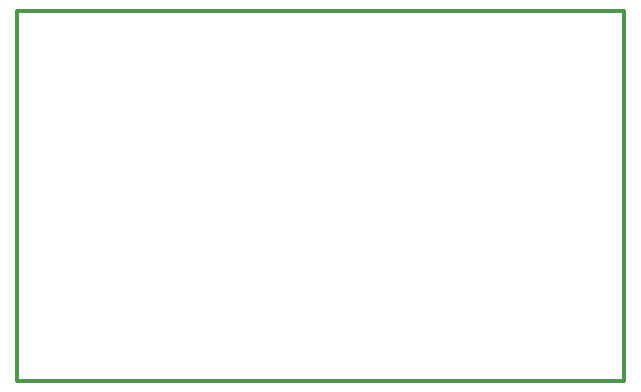
<source format=gko>
G04*
G04 #@! TF.GenerationSoftware,Altium Limited,Altium Designer,20.2.5 (213)*
G04*
G04 Layer_Color=16711935*
%FSLAX44Y44*%
%MOMM*%
G71*
G04*
G04 #@! TF.SameCoordinates,3C0D8923-7957-4DC4-8908-925B2C91420C*
G04*
G04*
G04 #@! TF.FilePolarity,Positive*
G04*
G01*
G75*
%ADD10C,0.3000*%
D10*
X0Y0D02*
Y227000D01*
Y0D02*
X514000D01*
Y313000D01*
X0D02*
X514000D01*
X0Y224000D02*
Y313000D01*
M02*

</source>
